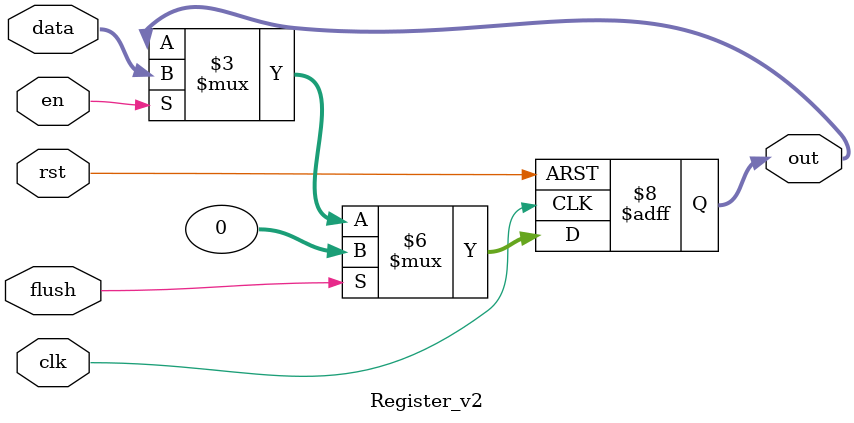
<source format=sv>
module Register_v2#(parameter data_width = 32)(input logic [data_width - 1:0]  data,input logic rst,clk,en,flush, output logic [data_width - 1:0] out);
// special register only used to instruction reg, IF_ID, incorporate flush
always_ff@(posedge clk or posedge rst) begin
	if(rst) begin
		out <= 0;
	end
	else begin
		if(flush == 1'b1) out <= {data_width{1'b0}};

		else if(en) out <= data;
		
	end

end
endmodule

</source>
